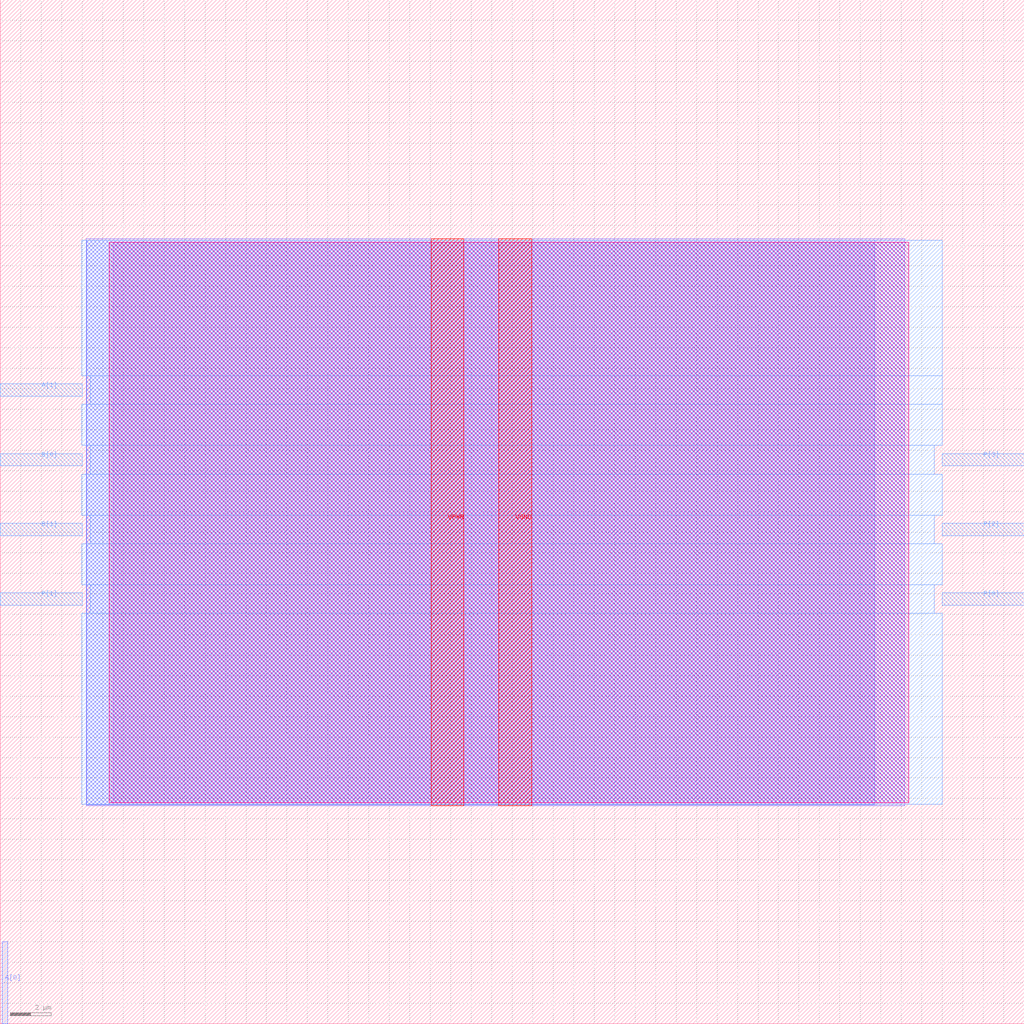
<source format=lef>
VERSION 5.7 ;
  NOWIREEXTENSIONATPIN ON ;
  DIVIDERCHAR "/" ;
  BUSBITCHARS "[]" ;
MACRO SARSA_VENTAJA_e4
  CLASS BLOCK ;
  FOREIGN SARSA_VENTAJA_e4 ;
  ORIGIN 0.000 0.000 ;
  SIZE 50.000 BY 50.000 ;
  PIN A[0]
    DIRECTION INPUT ;
    USE SIGNAL ;
    PORT
      LAYER met2 ;
        RECT 0.090 0.000 0.370 4.000 ;
    END
  END A[0]
  PIN A[1]
    DIRECTION INPUT ;
    USE SIGNAL ;
    ANTENNAGATEAREA 0.196500 ;
    PORT
      LAYER met3 ;
        RECT 0.000 30.640 4.000 31.240 ;
    END
  END A[1]
  PIN B[0]
    DIRECTION INPUT ;
    USE SIGNAL ;
    ANTENNAGATEAREA 0.196500 ;
    PORT
      LAYER met3 ;
        RECT 0.000 27.240 4.000 27.840 ;
    END
  END B[0]
  PIN B[1]
    DIRECTION INPUT ;
    USE SIGNAL ;
    ANTENNAGATEAREA 0.196500 ;
    PORT
      LAYER met3 ;
        RECT 0.000 23.840 4.000 24.440 ;
    END
  END B[1]
  PIN P[0]
    DIRECTION OUTPUT ;
    USE SIGNAL ;
    ANTENNADIFFAREA 0.445500 ;
    PORT
      LAYER met3 ;
        RECT 46.000 20.440 50.000 21.040 ;
    END
  END P[0]
  PIN P[1]
    DIRECTION OUTPUT ;
    USE SIGNAL ;
    PORT
      LAYER met3 ;
        RECT 0.000 20.440 4.000 21.040 ;
    END
  END P[1]
  PIN P[2]
    DIRECTION OUTPUT ;
    USE SIGNAL ;
    ANTENNADIFFAREA 0.445500 ;
    PORT
      LAYER met3 ;
        RECT 46.000 23.840 50.000 24.440 ;
    END
  END P[2]
  PIN P[3]
    DIRECTION OUTPUT ;
    USE SIGNAL ;
    PORT
      LAYER met3 ;
        RECT 46.000 27.240 50.000 27.840 ;
    END
  END P[3]
  PIN VGND
    DIRECTION INOUT ;
    USE GROUND ;
    PORT
      LAYER met4 ;
        RECT 24.340 10.640 25.940 38.320 ;
    END
  END VGND
  PIN VPWR
    DIRECTION INOUT ;
    USE POWER ;
    PORT
      LAYER met4 ;
        RECT 21.040 10.640 22.640 38.320 ;
    END
  END VPWR
  OBS
      LAYER nwell ;
        RECT 5.330 10.795 44.350 38.165 ;
      LAYER li1 ;
        RECT 5.520 10.795 44.160 38.165 ;
      LAYER met1 ;
        RECT 4.210 10.640 44.160 38.320 ;
      LAYER met2 ;
        RECT 4.230 10.695 42.690 38.265 ;
      LAYER met3 ;
        RECT 3.990 31.640 46.000 38.245 ;
        RECT 4.400 30.240 46.000 31.640 ;
        RECT 3.990 28.240 46.000 30.240 ;
        RECT 4.400 26.840 45.600 28.240 ;
        RECT 3.990 24.840 46.000 26.840 ;
        RECT 4.400 23.440 45.600 24.840 ;
        RECT 3.990 21.440 46.000 23.440 ;
        RECT 4.400 20.040 45.600 21.440 ;
        RECT 3.990 10.715 46.000 20.040 ;
  END
END SARSA_VENTAJA_e4
END LIBRARY


</source>
